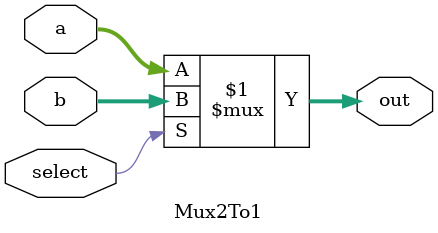
<source format=sv>
module Mux2To1 (
    input wire select,
    input wire [31:0] a,
    input wire [31:0] b,
    output wire [31:0] out
);
    assign out = select ? b : a;
endmodule
</source>
